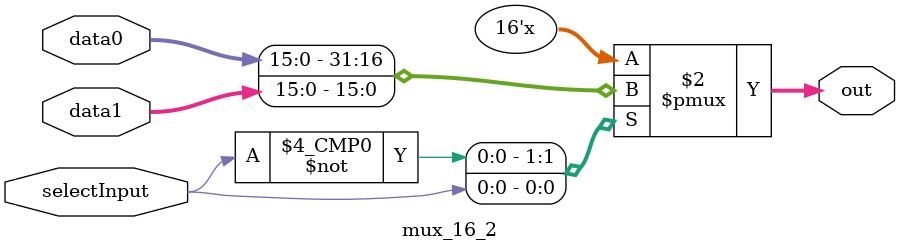
<source format=v>
module mux_16_2(data0, data1, selectInput, out);

	output reg [15:0] out;
	
	input  [15:0] data0, data1;
	input  selectInput;
	
	always@(*) begin
		case(selectInput)
			0: out = data0;
			1: out = data1;
		endcase
	end
	
endmodule
</source>
